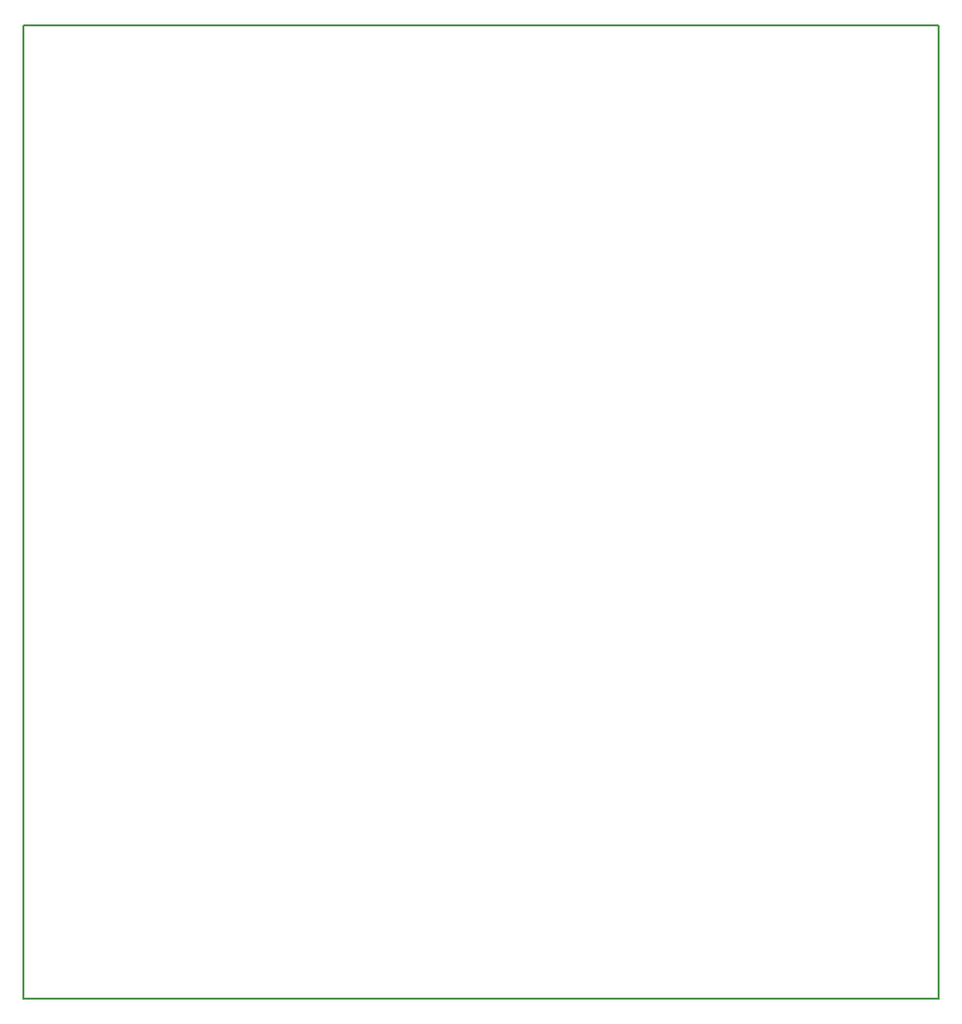
<source format=gm1>
G04 #@! TF.FileFunction,Profile,NP*
%FSLAX46Y46*%
G04 Gerber Fmt 4.6, Leading zero omitted, Abs format (unit mm)*
G04 Created by KiCad (PCBNEW 4.1.0-alpha+201606220816+6945~45~ubuntu14.04.1-product) date Thu Jun 23 09:57:41 2016*
%MOMM*%
%LPD*%
G01*
G04 APERTURE LIST*
%ADD10C,0.100000*%
%ADD11C,0.150000*%
G04 APERTURE END LIST*
D10*
D11*
X98298000Y-132207000D02*
X98298000Y-47688500D01*
X177736500Y-132207000D02*
X98298000Y-132207000D01*
X177736500Y-47688500D02*
X177736500Y-132207000D01*
X98298000Y-47688500D02*
X177736500Y-47688500D01*
M02*

</source>
